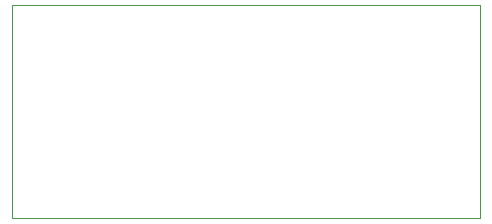
<source format=gm1>
G04 #@! TF.GenerationSoftware,KiCad,Pcbnew,9.0.0*
G04 #@! TF.CreationDate,2025-03-15T13:46:40+01:00*
G04 #@! TF.ProjectId,snowbackpack,736e6f77-6261-4636-9b70-61636b2e6b69,rev?*
G04 #@! TF.SameCoordinates,Original*
G04 #@! TF.FileFunction,Profile,NP*
%FSLAX46Y46*%
G04 Gerber Fmt 4.6, Leading zero omitted, Abs format (unit mm)*
G04 Created by KiCad (PCBNEW 9.0.0) date 2025-03-15 13:46:40*
%MOMM*%
%LPD*%
G01*
G04 APERTURE LIST*
G04 #@! TA.AperFunction,Profile*
%ADD10C,0.100000*%
G04 #@! TD*
G04 APERTURE END LIST*
D10*
X74100000Y-82000000D02*
X113700000Y-82000000D01*
X113700000Y-100000000D01*
X74100000Y-100000000D01*
X74100000Y-82000000D01*
M02*

</source>
